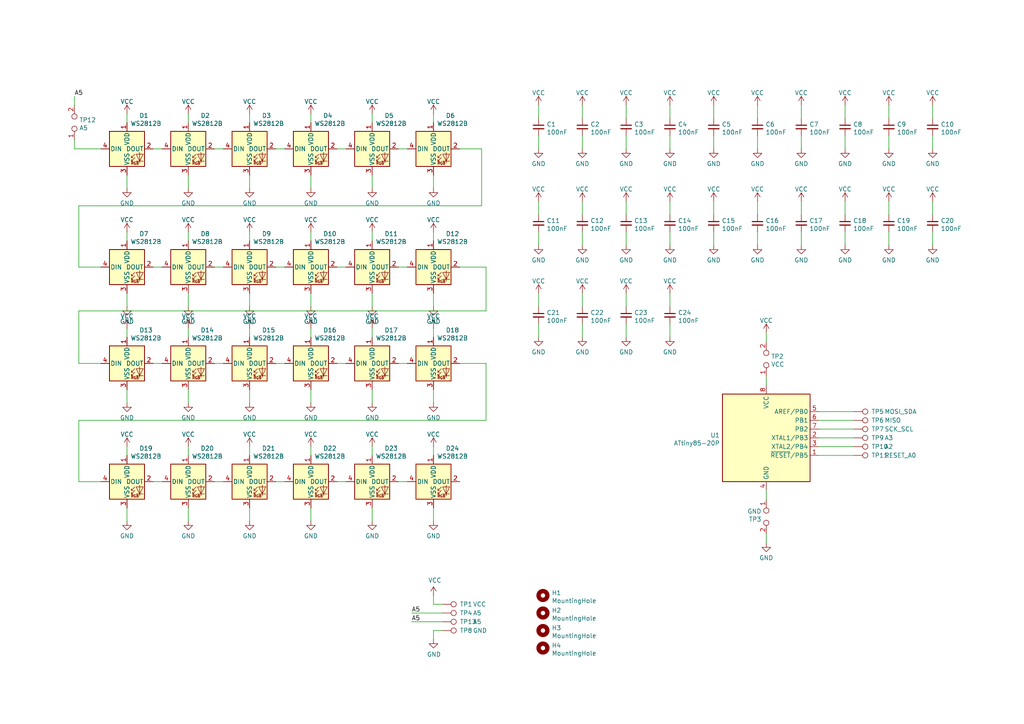
<source format=kicad_sch>
(kicad_sch (version 20210406) (generator eeschema)
  (paper "A4")
  (title_block (title "Macros Keyboard Lights Plate") (date "2021-04-18") (rev "1.0"))
  (lib_symbols
    (symbol "Connector:TestPoint" (pin_numbers hide) (pin_names (offset 0.762) hide)
      (property "Reference" "TP" (at 0 6.858 0))
      (property "Value" "TestPoint" (at 0 5.08 0))
      (symbol "TestPoint_0_1"
        (circle (center 0 3.302) (radius 0.762))
      )
      (symbol "TestPoint_1_1"
        (pin passive line (at 0 0 90) (length 2.54) (name "1") (number "1"))
      )
    )
    (symbol "Connector:TestPoint_2Pole" (pin_names (offset 0.762) hide)
      (property "Reference" "TP" (at 0 1.524 0))
      (property "Value" "TestPoint_2Pole" (at 0 -1.778 0))
      (symbol "TestPoint_2Pole_0_1"
        (circle (center -1.778 0) (radius 0.762))
        (circle (center 1.778 0) (radius 0.762))
        (pin passive line (at -5.08 0 0) (length 2.54) (name "1") (number "1"))
        (pin passive line (at 5.08 0 180) (length 2.54) (name "2") (number "2"))
      )
    )
    (symbol "Device:C_Small" (pin_numbers hide) (pin_names (offset 0.254) hide)
      (property "Reference" "C" (at 0.254 1.778 0))
      (property "Value" "C_Small" (at 0.254 -2.032 0))
      (symbol "C_Small_0_1"
        (polyline (pts (xy -1.524 -0.508) (xy 1.524 -0.508)) (stroke (width 0.3302)))
        (polyline (pts (xy -1.524 0.508) (xy 1.524 0.508)) (stroke (width 0.3048)))
      )
      (symbol "C_Small_1_1"
        (pin passive line (at 0 2.54 270) (length 2.032) (name "~") (number "1"))
        (pin passive line (at 0 -2.54 90) (length 2.032) (name "~") (number "2"))
      )
    )
    (symbol "LED:WS2812B" (pin_names (offset 0.254))
      (property "Reference" "D" (at 5.08 5.715 0))
      (property "Value" "WS2812B" (at 1.27 -5.715 0))
      (symbol "WS2812B_0_0"
        (text "RGB" (at 2.286 -4.191 0) (effects (font (size 0.762 0.762))))
      )
      (symbol "WS2812B_0_1"
        (rectangle (start 5.08 5.08) (end -5.08 -5.08) (stroke (width 0.254)) (fill (type background)))
        (polyline (pts (xy 1.27 -3.556) (xy 1.778 -3.556)))
        (polyline (pts (xy 1.27 -2.54) (xy 1.778 -2.54)))
        (polyline (pts (xy 4.699 -3.556) (xy 2.667 -3.556)))
        (polyline (pts (xy 2.286 -2.54) (xy 1.27 -3.556) (xy 1.27 -3.048)))
        (polyline (pts (xy 2.286 -1.524) (xy 1.27 -2.54) (xy 1.27 -2.032)))
        (polyline (pts (xy 3.683 -1.016) (xy 3.683 -3.556) (xy 3.683 -4.064)))
        (polyline (pts (xy 4.699 -1.524) (xy 2.667 -1.524) (xy 3.683 -3.556) (xy 4.699 -1.524)))
      )
      (symbol "WS2812B_1_1"
        (pin power_in line (at 0 7.62 270) (length 2.54) (name "VDD") (number "1"))
        (pin output line (at 7.62 0 180) (length 2.54) (name "DOUT") (number "2"))
        (pin power_in line (at 0 -7.62 90) (length 2.54) (name "VSS") (number "3"))
        (pin input line (at -7.62 0 0) (length 2.54) (name "DIN") (number "4"))
      )
    )
    (symbol "MCU_Microchip_ATtiny:ATtiny85-20P"
      (property "Reference" "U" (at -12.7 13.97 0))
      (property "Value" "ATtiny85-20P" (at 2.54 -13.97 0))
      (symbol "ATtiny85-20P_0_1"
        (rectangle (start -12.7 -12.7) (end 12.7 12.7) (stroke (width 0.254)) (fill (type background)))
      )
      (symbol "ATtiny85-20P_1_1"
        (pin bidirectional line (at 15.24 -5.08 180) (length 2.54) (name "~RESET~/PB5") (number "1"))
        (pin bidirectional line (at 15.24 0 180) (length 2.54) (name "XTAL1/PB3") (number "2"))
        (pin bidirectional line (at 15.24 -2.54 180) (length 2.54) (name "XTAL2/PB4") (number "3"))
        (pin power_in line (at 0 -15.24 90) (length 2.54) (name "GND") (number "4"))
        (pin bidirectional line (at 15.24 7.62 180) (length 2.54) (name "AREF/PB0") (number "5"))
        (pin bidirectional line (at 15.24 5.08 180) (length 2.54) (name "PB1") (number "6"))
        (pin bidirectional line (at 15.24 2.54 180) (length 2.54) (name "PB2") (number "7"))
        (pin power_in line (at 0 15.24 270) (length 2.54) (name "VCC") (number "8"))
      )
    )
    (symbol "Mechanical:MountingHole" (pin_names (offset 1.016))
      (property "Reference" "H" (at 0 5.08 0))
      (property "Value" "MountingHole" (at 0 3.175 0))
      (symbol "MountingHole_0_1"
        (circle (center 0 0) (radius 1.27) (stroke (width 1.27)))
      )
    )
    (symbol "power:GND" (power) (pin_names (offset 0))
      (property "Value" "GND" (at 0 -3.81 0))
      (symbol "GND_0_1"
        (polyline (pts (xy 0 0) (xy 0 -1.27) (xy 1.27 -1.27) (xy 0 -2.54) (xy -1.27 -1.27) (xy 0 -1.27)))
      )
      (symbol "GND_1_1"
        (pin power_in line (at 0 0 270) (length 0) hide (name "GND") (number "1"))
      )
    )
    (symbol "power:VCC" (power) (pin_names (offset 0))
      (property "Value" "VCC" (at 0 3.81 0))
      (symbol "VCC_0_1"
        (polyline (pts (xy -0.762 1.27) (xy 0 2.54)))
        (polyline (pts (xy 0 0) (xy 0 2.54)))
        (polyline (pts (xy 0 2.54) (xy 0.762 1.27)))
      )
      (symbol "VCC_1_1"
        (pin power_in line (at 0 0 90) (length 0) hide (name "VCC") (number "1"))
      )
    )
  )
  (wire (pts (xy 21.59 27.94) (xy 21.59 30.48)))
  (wire (pts (xy 21.59 43.18) (xy 21.59 40.64)))
  (wire (pts (xy 22.86 59.69) (xy 139.7 59.69)))
  (wire (pts (xy 22.86 77.47) (xy 22.86 59.69)))
  (wire (pts (xy 22.86 90.17) (xy 140.97 90.17)))
  (wire (pts (xy 22.86 105.41) (xy 22.86 90.17)))
  (wire (pts (xy 22.86 121.92) (xy 140.97 121.92)))
  (wire (pts (xy 22.86 139.7) (xy 22.86 121.92)))
  (wire (pts (xy 29.21 43.18) (xy 21.59 43.18)))
  (wire (pts (xy 29.21 77.47) (xy 22.86 77.47)))
  (wire (pts (xy 29.21 105.41) (xy 22.86 105.41)))
  (wire (pts (xy 29.21 139.7) (xy 22.86 139.7)))
  (wire (pts (xy 36.83 33.02) (xy 36.83 35.56)))
  (wire (pts (xy 36.83 50.8) (xy 36.83 54.61)))
  (wire (pts (xy 36.83 67.31) (xy 36.83 69.85)))
  (wire (pts (xy 36.83 85.09) (xy 36.83 88.9)))
  (wire (pts (xy 36.83 95.25) (xy 36.83 97.79)))
  (wire (pts (xy 36.83 113.03) (xy 36.83 116.84)))
  (wire (pts (xy 36.83 129.54) (xy 36.83 132.08)))
  (wire (pts (xy 36.83 147.32) (xy 36.83 151.13)))
  (wire (pts (xy 44.45 43.18) (xy 46.99 43.18)))
  (wire (pts (xy 44.45 77.47) (xy 46.99 77.47)))
  (wire (pts (xy 44.45 105.41) (xy 46.99 105.41)))
  (wire (pts (xy 44.45 139.7) (xy 46.99 139.7)))
  (wire (pts (xy 54.61 33.02) (xy 54.61 35.56)))
  (wire (pts (xy 54.61 50.8) (xy 54.61 54.61)))
  (wire (pts (xy 54.61 67.31) (xy 54.61 69.85)))
  (wire (pts (xy 54.61 85.09) (xy 54.61 88.9)))
  (wire (pts (xy 54.61 95.25) (xy 54.61 97.79)))
  (wire (pts (xy 54.61 113.03) (xy 54.61 116.84)))
  (wire (pts (xy 54.61 129.54) (xy 54.61 132.08)))
  (wire (pts (xy 54.61 147.32) (xy 54.61 151.13)))
  (wire (pts (xy 62.23 43.18) (xy 64.77 43.18)))
  (wire (pts (xy 62.23 77.47) (xy 64.77 77.47)))
  (wire (pts (xy 62.23 105.41) (xy 64.77 105.41)))
  (wire (pts (xy 62.23 139.7) (xy 64.77 139.7)))
  (wire (pts (xy 72.39 33.02) (xy 72.39 35.56)))
  (wire (pts (xy 72.39 50.8) (xy 72.39 54.61)))
  (wire (pts (xy 72.39 67.31) (xy 72.39 69.85)))
  (wire (pts (xy 72.39 85.09) (xy 72.39 88.9)))
  (wire (pts (xy 72.39 95.25) (xy 72.39 97.79)))
  (wire (pts (xy 72.39 113.03) (xy 72.39 116.84)))
  (wire (pts (xy 72.39 129.54) (xy 72.39 132.08)))
  (wire (pts (xy 72.39 147.32) (xy 72.39 151.13)))
  (wire (pts (xy 80.01 43.18) (xy 82.55 43.18)))
  (wire (pts (xy 80.01 77.47) (xy 82.55 77.47)))
  (wire (pts (xy 80.01 105.41) (xy 82.55 105.41)))
  (wire (pts (xy 80.01 139.7) (xy 82.55 139.7)))
  (wire (pts (xy 90.17 33.02) (xy 90.17 35.56)))
  (wire (pts (xy 90.17 50.8) (xy 90.17 54.61)))
  (wire (pts (xy 90.17 67.31) (xy 90.17 69.85)))
  (wire (pts (xy 90.17 85.09) (xy 90.17 88.9)))
  (wire (pts (xy 90.17 95.25) (xy 90.17 97.79)))
  (wire (pts (xy 90.17 113.03) (xy 90.17 116.84)))
  (wire (pts (xy 90.17 129.54) (xy 90.17 132.08)))
  (wire (pts (xy 90.17 147.32) (xy 90.17 151.13)))
  (wire (pts (xy 97.79 43.18) (xy 100.33 43.18)))
  (wire (pts (xy 97.79 77.47) (xy 100.33 77.47)))
  (wire (pts (xy 97.79 105.41) (xy 100.33 105.41)))
  (wire (pts (xy 97.79 139.7) (xy 100.33 139.7)))
  (wire (pts (xy 107.95 33.02) (xy 107.95 35.56)))
  (wire (pts (xy 107.95 50.8) (xy 107.95 54.61)))
  (wire (pts (xy 107.95 67.31) (xy 107.95 69.85)))
  (wire (pts (xy 107.95 85.09) (xy 107.95 88.9)))
  (wire (pts (xy 107.95 95.25) (xy 107.95 97.79)))
  (wire (pts (xy 107.95 113.03) (xy 107.95 116.84)))
  (wire (pts (xy 107.95 129.54) (xy 107.95 132.08)))
  (wire (pts (xy 107.95 147.32) (xy 107.95 151.13)))
  (wire (pts (xy 115.57 43.18) (xy 118.11 43.18)))
  (wire (pts (xy 115.57 77.47) (xy 118.11 77.47)))
  (wire (pts (xy 115.57 105.41) (xy 118.11 105.41)))
  (wire (pts (xy 115.57 139.7) (xy 118.11 139.7)))
  (wire (pts (xy 125.73 33.02) (xy 125.73 35.56)))
  (wire (pts (xy 125.73 50.8) (xy 125.73 54.61)))
  (wire (pts (xy 125.73 67.31) (xy 125.73 69.85)))
  (wire (pts (xy 125.73 85.09) (xy 125.73 88.9)))
  (wire (pts (xy 125.73 95.25) (xy 125.73 97.79)))
  (wire (pts (xy 125.73 113.03) (xy 125.73 116.84)))
  (wire (pts (xy 125.73 129.54) (xy 125.73 132.08)))
  (wire (pts (xy 125.73 147.32) (xy 125.73 151.13)))
  (wire (pts (xy 125.73 175.26) (xy 125.73 172.72)))
  (wire (pts (xy 125.73 182.88) (xy 125.73 185.42)))
  (wire (pts (xy 128.27 175.26) (xy 125.73 175.26)))
  (wire (pts (xy 128.27 177.8) (xy 119.38 177.8)))
  (wire (pts (xy 128.27 180.34) (xy 119.38 180.34)))
  (wire (pts (xy 128.27 182.88) (xy 125.73 182.88)))
  (wire (pts (xy 139.7 43.18) (xy 133.35 43.18)))
  (wire (pts (xy 139.7 59.69) (xy 139.7 43.18)))
  (wire (pts (xy 140.97 77.47) (xy 133.35 77.47)))
  (wire (pts (xy 140.97 90.17) (xy 140.97 77.47)))
  (wire (pts (xy 140.97 105.41) (xy 133.35 105.41)))
  (wire (pts (xy 140.97 121.92) (xy 140.97 105.41)))
  (wire (pts (xy 156.21 30.48) (xy 156.21 34.29)))
  (wire (pts (xy 156.21 39.37) (xy 156.21 43.18)))
  (wire (pts (xy 156.21 58.42) (xy 156.21 62.23)))
  (wire (pts (xy 156.21 67.31) (xy 156.21 71.12)))
  (wire (pts (xy 156.21 85.09) (xy 156.21 88.9)))
  (wire (pts (xy 156.21 93.98) (xy 156.21 97.79)))
  (wire (pts (xy 168.91 30.48) (xy 168.91 34.29)))
  (wire (pts (xy 168.91 39.37) (xy 168.91 43.18)))
  (wire (pts (xy 168.91 58.42) (xy 168.91 62.23)))
  (wire (pts (xy 168.91 67.31) (xy 168.91 71.12)))
  (wire (pts (xy 168.91 85.09) (xy 168.91 88.9)))
  (wire (pts (xy 168.91 93.98) (xy 168.91 97.79)))
  (wire (pts (xy 181.61 30.48) (xy 181.61 34.29)))
  (wire (pts (xy 181.61 39.37) (xy 181.61 43.18)))
  (wire (pts (xy 181.61 58.42) (xy 181.61 62.23)))
  (wire (pts (xy 181.61 67.31) (xy 181.61 71.12)))
  (wire (pts (xy 181.61 85.09) (xy 181.61 88.9)))
  (wire (pts (xy 181.61 93.98) (xy 181.61 97.79)))
  (wire (pts (xy 194.31 30.48) (xy 194.31 34.29)))
  (wire (pts (xy 194.31 39.37) (xy 194.31 43.18)))
  (wire (pts (xy 194.31 58.42) (xy 194.31 62.23)))
  (wire (pts (xy 194.31 67.31) (xy 194.31 71.12)))
  (wire (pts (xy 194.31 85.09) (xy 194.31 88.9)))
  (wire (pts (xy 194.31 93.98) (xy 194.31 97.79)))
  (wire (pts (xy 207.01 30.48) (xy 207.01 34.29)))
  (wire (pts (xy 207.01 39.37) (xy 207.01 43.18)))
  (wire (pts (xy 207.01 58.42) (xy 207.01 62.23)))
  (wire (pts (xy 207.01 67.31) (xy 207.01 71.12)))
  (wire (pts (xy 219.71 30.48) (xy 219.71 34.29)))
  (wire (pts (xy 219.71 39.37) (xy 219.71 43.18)))
  (wire (pts (xy 219.71 58.42) (xy 219.71 62.23)))
  (wire (pts (xy 219.71 67.31) (xy 219.71 71.12)))
  (wire (pts (xy 222.25 96.52) (xy 222.25 99.06)))
  (wire (pts (xy 222.25 109.22) (xy 222.25 111.76)))
  (wire (pts (xy 222.25 144.78) (xy 222.25 142.24)))
  (wire (pts (xy 222.25 157.48) (xy 222.25 154.94)))
  (wire (pts (xy 232.41 30.48) (xy 232.41 34.29)))
  (wire (pts (xy 232.41 39.37) (xy 232.41 43.18)))
  (wire (pts (xy 232.41 58.42) (xy 232.41 62.23)))
  (wire (pts (xy 232.41 67.31) (xy 232.41 71.12)))
  (wire (pts (xy 237.49 119.38) (xy 247.65 119.38)))
  (wire (pts (xy 237.49 121.92) (xy 247.65 121.92)))
  (wire (pts (xy 237.49 124.46) (xy 247.65 124.46)))
  (wire (pts (xy 237.49 127) (xy 247.65 127)))
  (wire (pts (xy 237.49 129.54) (xy 247.65 129.54)))
  (wire (pts (xy 237.49 132.08) (xy 247.65 132.08)))
  (wire (pts (xy 245.11 30.48) (xy 245.11 34.29)))
  (wire (pts (xy 245.11 39.37) (xy 245.11 43.18)))
  (wire (pts (xy 245.11 58.42) (xy 245.11 62.23)))
  (wire (pts (xy 245.11 67.31) (xy 245.11 71.12)))
  (wire (pts (xy 257.81 30.48) (xy 257.81 34.29)))
  (wire (pts (xy 257.81 39.37) (xy 257.81 43.18)))
  (wire (pts (xy 257.81 58.42) (xy 257.81 62.23)))
  (wire (pts (xy 257.81 67.31) (xy 257.81 71.12)))
  (wire (pts (xy 270.51 30.48) (xy 270.51 34.29)))
  (wire (pts (xy 270.51 39.37) (xy 270.51 43.18)))
  (wire (pts (xy 270.51 58.42) (xy 270.51 62.23)))
  (wire (pts (xy 270.51 67.31) (xy 270.51 71.12)))
  (label "A5" (at 21.59 27.94 0))
  (label "A5" (at 119.38 177.8 0))
  (label "A5" (at 119.38 180.34 0))
  (symbol (lib_id "power:VCC") (at 36.83 33.02 0) (unit 1)
    (property "Reference" "#PWR0114" (effects hide))
    (property "Value" "VCC" (at 36.83 29.4726 0))
  )
  (symbol (lib_id "power:VCC") (at 36.83 67.31 0) (unit 1)
    (property "Reference" "#PWR0122" (effects hide))
    (property "Value" "VCC" (at 36.83 63.7626 0))
  )
  (symbol (lib_id "power:VCC") (at 36.83 95.25 0) (unit 1)
    (property "Reference" "#PWR0102" (effects hide))
    (property "Value" "VCC" (at 36.83 91.7026 0))
  )
  (symbol (lib_id "power:VCC") (at 36.83 129.54 0) (unit 1)
    (property "Reference" "#PWR0103" (effects hide))
    (property "Value" "VCC" (at 36.83 125.9926 0))
  )
  (symbol (lib_id "power:VCC") (at 54.61 33.02 0) (unit 1)
    (property "Reference" "#PWR0115" (effects hide))
    (property "Value" "VCC" (at 54.61 29.4726 0))
  )
  (symbol (lib_id "power:VCC") (at 54.61 67.31 0) (unit 1)
    (property "Reference" "#PWR0123" (effects hide))
    (property "Value" "VCC" (at 54.61 63.7626 0))
  )
  (symbol (lib_id "power:VCC") (at 54.61 95.25 0) (unit 1)
    (property "Reference" "#PWR0138" (effects hide))
    (property "Value" "VCC" (at 54.61 91.7026 0))
  )
  (symbol (lib_id "power:VCC") (at 54.61 129.54 0) (unit 1)
    (property "Reference" "#PWR0104" (effects hide))
    (property "Value" "VCC" (at 54.61 125.9926 0))
  )
  (symbol (lib_id "power:VCC") (at 72.39 33.02 0) (unit 1)
    (property "Reference" "#PWR0116" (effects hide))
    (property "Value" "VCC" (at 72.39 29.4726 0))
  )
  (symbol (lib_id "power:VCC") (at 72.39 67.31 0) (unit 1)
    (property "Reference" "#PWR0121" (effects hide))
    (property "Value" "VCC" (at 72.39 63.7626 0))
  )
  (symbol (lib_id "power:VCC") (at 72.39 95.25 0) (unit 1)
    (property "Reference" "#PWR0137" (effects hide))
    (property "Value" "VCC" (at 72.39 91.7026 0))
  )
  (symbol (lib_id "power:VCC") (at 72.39 129.54 0) (unit 1)
    (property "Reference" "#PWR0108" (effects hide))
    (property "Value" "VCC" (at 72.39 125.9926 0))
  )
  (symbol (lib_id "power:VCC") (at 90.17 33.02 0) (unit 1)
    (property "Reference" "#PWR0119" (effects hide))
    (property "Value" "VCC" (at 90.17 29.4726 0))
  )
  (symbol (lib_id "power:VCC") (at 90.17 67.31 0) (unit 1)
    (property "Reference" "#PWR0117" (effects hide))
    (property "Value" "VCC" (at 90.17 63.7626 0))
  )
  (symbol (lib_id "power:VCC") (at 90.17 95.25 0) (unit 1)
    (property "Reference" "#PWR0125" (effects hide))
    (property "Value" "VCC" (at 90.17 91.7026 0))
  )
  (symbol (lib_id "power:VCC") (at 90.17 129.54 0) (unit 1)
    (property "Reference" "#PWR0101" (effects hide))
    (property "Value" "VCC" (at 90.17 125.9926 0))
  )
  (symbol (lib_id "power:VCC") (at 107.95 33.02 0) (unit 1)
    (property "Reference" "#PWR0145" (effects hide))
    (property "Value" "VCC" (at 107.95 29.4726 0))
  )
  (symbol (lib_id "power:VCC") (at 107.95 67.31 0) (unit 1)
    (property "Reference" "#PWR0143" (effects hide))
    (property "Value" "VCC" (at 107.95 63.7626 0))
  )
  (symbol (lib_id "power:VCC") (at 107.95 95.25 0) (unit 1)
    (property "Reference" "#PWR0132" (effects hide))
    (property "Value" "VCC" (at 107.95 91.7026 0))
  )
  (symbol (lib_id "power:VCC") (at 107.95 129.54 0) (unit 1)
    (property "Reference" "#PWR0130" (effects hide))
    (property "Value" "VCC" (at 107.95 125.9926 0))
  )
  (symbol (lib_id "power:VCC") (at 125.73 33.02 0) (unit 1)
    (property "Reference" "#PWR0144" (effects hide))
    (property "Value" "VCC" (at 125.73 29.4726 0))
  )
  (symbol (lib_id "power:VCC") (at 125.73 67.31 0) (unit 1)
    (property "Reference" "#PWR0147" (effects hide))
    (property "Value" "VCC" (at 125.73 63.7626 0))
  )
  (symbol (lib_id "power:VCC") (at 125.73 95.25 0) (unit 1)
    (property "Reference" "#PWR0133" (effects hide))
    (property "Value" "VCC" (at 125.73 91.7026 0))
  )
  (symbol (lib_id "power:VCC") (at 125.73 129.54 0) (unit 1)
    (property "Reference" "#PWR0134" (effects hide))
    (property "Value" "VCC" (at 125.73 125.9926 0))
  )
  (symbol (lib_id "power:VCC") (at 125.73 172.72 0) (unit 1)
    (property "Reference" "#PWR0149" (effects hide))
    (property "Value" "VCC" (at 126.111 168.3258 0))
  )
  (symbol (lib_id "power:VCC") (at 156.21 30.48 0) (unit 1)
    (property "Reference" "#PWR0170" (effects hide))
    (property "Value" "VCC" (at 156.21 26.9326 0))
  )
  (symbol (lib_id "power:VCC") (at 156.21 58.42 0) (unit 1)
    (property "Reference" "#PWR0165" (effects hide))
    (property "Value" "VCC" (at 156.21 54.8726 0))
  )
  (symbol (lib_id "power:VCC") (at 156.21 85.09 0) (unit 1)
    (property "Reference" "#PWR0196" (effects hide))
    (property "Value" "VCC" (at 156.21 81.5426 0))
  )
  (symbol (lib_id "power:VCC") (at 168.91 30.48 0) (unit 1)
    (property "Reference" "#PWR0169" (effects hide))
    (property "Value" "VCC" (at 168.91 26.9326 0))
  )
  (symbol (lib_id "power:VCC") (at 168.91 58.42 0) (unit 1)
    (property "Reference" "#PWR0166" (effects hide))
    (property "Value" "VCC" (at 168.91 54.8726 0))
  )
  (symbol (lib_id "power:VCC") (at 168.91 85.09 0) (unit 1)
    (property "Reference" "#PWR0195" (effects hide))
    (property "Value" "VCC" (at 168.91 81.5426 0))
  )
  (symbol (lib_id "power:VCC") (at 181.61 30.48 0) (unit 1)
    (property "Reference" "#PWR0168" (effects hide))
    (property "Value" "VCC" (at 181.61 26.9326 0))
  )
  (symbol (lib_id "power:VCC") (at 181.61 58.42 0) (unit 1)
    (property "Reference" "#PWR0159" (effects hide))
    (property "Value" "VCC" (at 181.61 54.8726 0))
  )
  (symbol (lib_id "power:VCC") (at 181.61 85.09 0) (unit 1)
    (property "Reference" "#PWR0190" (effects hide))
    (property "Value" "VCC" (at 181.61 81.5426 0))
  )
  (symbol (lib_id "power:VCC") (at 194.31 30.48 0) (unit 1)
    (property "Reference" "#PWR0161" (effects hide))
    (property "Value" "VCC" (at 194.31 26.9326 0))
  )
  (symbol (lib_id "power:VCC") (at 194.31 58.42 0) (unit 1)
    (property "Reference" "#PWR0160" (effects hide))
    (property "Value" "VCC" (at 194.31 54.8726 0))
  )
  (symbol (lib_id "power:VCC") (at 194.31 85.09 0) (unit 1)
    (property "Reference" "#PWR0186" (effects hide))
    (property "Value" "VCC" (at 194.31 81.5426 0))
  )
  (symbol (lib_id "power:VCC") (at 207.01 30.48 0) (unit 1)
    (property "Reference" "#PWR0180" (effects hide))
    (property "Value" "VCC" (at 207.01 26.9326 0))
  )
  (symbol (lib_id "power:VCC") (at 207.01 58.42 0) (unit 1)
    (property "Reference" "#PWR0151" (effects hide))
    (property "Value" "VCC" (at 207.01 54.8726 0))
  )
  (symbol (lib_id "power:VCC") (at 219.71 30.48 0) (unit 1)
    (property "Reference" "#PWR0179" (effects hide))
    (property "Value" "VCC" (at 219.71 26.9326 0))
  )
  (symbol (lib_id "power:VCC") (at 219.71 58.42 0) (unit 1)
    (property "Reference" "#PWR0157" (effects hide))
    (property "Value" "VCC" (at 219.71 54.8726 0))
  )
  (symbol (lib_id "power:VCC") (at 222.25 96.52 0) (unit 1)
    (property "Reference" "#PWR0199" (effects hide))
    (property "Value" "VCC" (at 222.25 92.9726 0))
  )
  (symbol (lib_id "power:VCC") (at 232.41 30.48 0) (unit 1)
    (property "Reference" "#PWR0178" (effects hide))
    (property "Value" "VCC" (at 232.41 26.9326 0))
  )
  (symbol (lib_id "power:VCC") (at 232.41 58.42 0) (unit 1)
    (property "Reference" "#PWR0155" (effects hide))
    (property "Value" "VCC" (at 232.41 54.8726 0))
  )
  (symbol (lib_id "power:VCC") (at 245.11 30.48 0) (unit 1)
    (property "Reference" "#PWR0181" (effects hide))
    (property "Value" "VCC" (at 245.11 26.9326 0))
  )
  (symbol (lib_id "power:VCC") (at 245.11 58.42 0) (unit 1)
    (property "Reference" "#PWR0156" (effects hide))
    (property "Value" "VCC" (at 245.11 54.8726 0))
  )
  (symbol (lib_id "power:VCC") (at 257.81 30.48 0) (unit 1)
    (property "Reference" "#PWR0183" (effects hide))
    (property "Value" "VCC" (at 257.81 26.9326 0))
  )
  (symbol (lib_id "power:VCC") (at 257.81 58.42 0) (unit 1)
    (property "Reference" "#PWR0177" (effects hide))
    (property "Value" "VCC" (at 257.81 54.8726 0))
  )
  (symbol (lib_id "power:VCC") (at 270.51 30.48 0) (unit 1)
    (property "Reference" "#PWR0184" (effects hide))
    (property "Value" "VCC" (at 270.51 26.9326 0))
  )
  (symbol (lib_id "power:VCC") (at 270.51 58.42 0) (unit 1)
    (property "Reference" "#PWR0176" (effects hide))
    (property "Value" "VCC" (at 270.51 54.8726 0))
  )
  (symbol (lib_id "Connector:TestPoint") (at 128.27 175.26 270) (unit 1)
    (property "Reference" "TP1" (at 133.35 175.26 90) (effects (justify left)))
    (property "Value" "VCC" (at 137.16 175.26 90) (effects (justify left)))
    (property "Footprint" "Connector_PinHeader_2.54mm:PinHeader_1x01_P2.54mm_Vertical" (effects hide))
  )
  (symbol (lib_id "Connector:TestPoint") (at 128.27 177.8 270) (unit 1)
    (property "Reference" "TP4" (at 133.35 177.8 90) (effects (justify left)))
    (property "Value" "A5" (at 137.16 177.8 90) (effects (justify left)))
    (property "Footprint" "Connector_PinHeader_2.54mm:PinHeader_1x01_P2.54mm_Vertical" (effects hide))
  )
  (symbol (lib_id "Connector:TestPoint") (at 128.27 180.34 270) (unit 1)
    (property "Reference" "TP13" (at 133.35 180.34 90) (effects (justify left)))
    (property "Value" "A5" (at 137.16 180.34 90) (effects (justify left)))
    (property "Footprint" "TestPoint:TestPoint_Keystone_5015_Micro-Minature" (effects hide))
  )
  (symbol (lib_id "Connector:TestPoint") (at 128.27 182.88 270) (unit 1)
    (property "Reference" "TP8" (at 133.35 182.88 90) (effects (justify left)))
    (property "Value" "GND" (at 137.16 182.88 90) (effects (justify left)))
    (property "Footprint" "Connector_PinHeader_2.54mm:PinHeader_1x01_P2.54mm_Vertical" (effects hide))
  )
  (symbol (lib_id "Connector:TestPoint") (at 247.65 119.38 270) (unit 1)
    (property "Reference" "TP5" (at 252.73 119.38 90) (effects (justify left)))
    (property "Value" "MOSI_SDA" (at 256.54 119.38 90) (effects (justify left)))
    (property "Footprint" "TestPoint:TestPoint_Keystone_5015_Micro-Minature" (effects hide))
  )
  (symbol (lib_id "Connector:TestPoint") (at 247.65 121.92 270) (unit 1)
    (property "Reference" "TP6" (at 252.73 121.92 90) (effects (justify left)))
    (property "Value" "MISO" (at 256.54 121.92 90) (effects (justify left)))
    (property "Footprint" "TestPoint:TestPoint_Keystone_5015_Micro-Minature" (effects hide))
  )
  (symbol (lib_id "Connector:TestPoint") (at 247.65 124.46 270) (unit 1)
    (property "Reference" "TP7" (at 252.73 124.46 90) (effects (justify left)))
    (property "Value" "SCK_SCL" (at 256.54 124.46 90) (effects (justify left)))
    (property "Footprint" "TestPoint:TestPoint_Keystone_5015_Micro-Minature" (effects hide))
  )
  (symbol (lib_id "Connector:TestPoint") (at 247.65 127 270) (unit 1)
    (property "Reference" "TP9" (at 252.73 127 90) (effects (justify left)))
    (property "Value" "A3" (at 256.54 127 90) (effects (justify left)))
    (property "Footprint" "TestPoint:TestPoint_Keystone_5015_Micro-Minature" (effects hide))
  )
  (symbol (lib_id "Connector:TestPoint") (at 247.65 129.54 270) (unit 1)
    (property "Reference" "TP10" (at 252.73 129.54 90) (effects (justify left)))
    (property "Value" "A2" (at 256.54 129.54 90) (effects (justify left)))
    (property "Footprint" "TestPoint:TestPoint_Keystone_5015_Micro-Minature" (effects hide))
  )
  (symbol (lib_id "Connector:TestPoint") (at 247.65 132.08 270) (unit 1)
    (property "Reference" "TP11" (at 252.73 132.08 90) (effects (justify left)))
    (property "Value" "RESET_A0" (at 256.54 132.08 90) (effects (justify left)))
    (property "Footprint" "TestPoint:TestPoint_Keystone_5015_Micro-Minature" (effects hide))
  )
  (symbol (lib_id "power:GND") (at 36.83 54.61 0) (unit 1)
    (property "Reference" "#PWR0146" (effects hide))
    (property "Value" "GND" (at 36.83 58.9344 0))
  )
  (symbol (lib_id "power:GND") (at 36.83 88.9 0) (unit 1)
    (property "Reference" "#PWR0131" (effects hide))
    (property "Value" "GND" (at 36.83 93.2244 0))
  )
  (symbol (lib_id "power:GND") (at 36.83 116.84 0) (unit 1)
    (property "Reference" "#PWR0106" (effects hide))
    (property "Value" "GND" (at 36.83 121.1644 0))
  )
  (symbol (lib_id "power:GND") (at 36.83 151.13 0) (unit 1)
    (property "Reference" "#PWR0113" (effects hide))
    (property "Value" "GND" (at 36.83 155.4544 0))
  )
  (symbol (lib_id "power:GND") (at 54.61 54.61 0) (unit 1)
    (property "Reference" "#PWR0124" (effects hide))
    (property "Value" "GND" (at 54.61 58.9344 0))
  )
  (symbol (lib_id "power:GND") (at 54.61 88.9 0) (unit 1)
    (property "Reference" "#PWR0139" (effects hide))
    (property "Value" "GND" (at 54.61 93.2244 0))
  )
  (symbol (lib_id "power:GND") (at 54.61 116.84 0) (unit 1)
    (property "Reference" "#PWR0105" (effects hide))
    (property "Value" "GND" (at 54.61 121.1644 0))
  )
  (symbol (lib_id "power:GND") (at 54.61 151.13 0) (unit 1)
    (property "Reference" "#PWR0111" (effects hide))
    (property "Value" "GND" (at 54.61 155.4544 0))
  )
  (symbol (lib_id "power:GND") (at 72.39 54.61 0) (unit 1)
    (property "Reference" "#PWR0120" (effects hide))
    (property "Value" "GND" (at 72.39 58.9344 0))
  )
  (symbol (lib_id "power:GND") (at 72.39 88.9 0) (unit 1)
    (property "Reference" "#PWR0126" (effects hide))
    (property "Value" "GND" (at 72.39 93.2244 0))
  )
  (symbol (lib_id "power:GND") (at 72.39 116.84 0) (unit 1)
    (property "Reference" "#PWR0109" (effects hide))
    (property "Value" "GND" (at 72.39 121.1644 0))
  )
  (symbol (lib_id "power:GND") (at 72.39 151.13 0) (unit 1)
    (property "Reference" "#PWR0110" (effects hide))
    (property "Value" "GND" (at 72.39 155.4544 0))
  )
  (symbol (lib_id "power:GND") (at 90.17 54.61 0) (unit 1)
    (property "Reference" "#PWR0118" (effects hide))
    (property "Value" "GND" (at 90.17 58.9344 0))
  )
  (symbol (lib_id "power:GND") (at 90.17 88.9 0) (unit 1)
    (property "Reference" "#PWR0128" (effects hide))
    (property "Value" "GND" (at 90.17 93.2244 0))
  )
  (symbol (lib_id "power:GND") (at 90.17 116.84 0) (unit 1)
    (property "Reference" "#PWR0107" (effects hide))
    (property "Value" "GND" (at 90.17 121.1644 0))
  )
  (symbol (lib_id "power:GND") (at 90.17 151.13 0) (unit 1)
    (property "Reference" "#PWR0112" (effects hide))
    (property "Value" "GND" (at 90.17 155.4544 0))
  )
  (symbol (lib_id "power:GND") (at 107.95 54.61 0) (unit 1)
    (property "Reference" "#PWR0142" (effects hide))
    (property "Value" "GND" (at 107.95 58.9344 0))
  )
  (symbol (lib_id "power:GND") (at 107.95 88.9 0) (unit 1)
    (property "Reference" "#PWR0127" (effects hide))
    (property "Value" "GND" (at 107.95 93.2244 0))
  )
  (symbol (lib_id "power:GND") (at 107.95 116.84 0) (unit 1)
    (property "Reference" "#PWR0136" (effects hide))
    (property "Value" "GND" (at 107.95 121.1644 0))
  )
  (symbol (lib_id "power:GND") (at 107.95 151.13 0) (unit 1)
    (property "Reference" "#PWR0140" (effects hide))
    (property "Value" "GND" (at 107.95 155.4544 0))
  )
  (symbol (lib_id "power:GND") (at 125.73 54.61 0) (unit 1)
    (property "Reference" "#PWR0148" (effects hide))
    (property "Value" "GND" (at 125.73 58.9344 0))
  )
  (symbol (lib_id "power:GND") (at 125.73 88.9 0) (unit 1)
    (property "Reference" "#PWR0129" (effects hide))
    (property "Value" "GND" (at 125.73 93.2244 0))
  )
  (symbol (lib_id "power:GND") (at 125.73 116.84 0) (unit 1)
    (property "Reference" "#PWR0135" (effects hide))
    (property "Value" "GND" (at 125.73 121.1644 0))
  )
  (symbol (lib_id "power:GND") (at 125.73 151.13 0) (unit 1)
    (property "Reference" "#PWR0141" (effects hide))
    (property "Value" "GND" (at 125.73 155.4544 0))
  )
  (symbol (lib_id "power:GND") (at 125.73 185.42 0) (unit 1)
    (property "Reference" "#PWR0150" (effects hide))
    (property "Value" "GND" (at 125.857 189.8142 0))
  )
  (symbol (lib_id "power:GND") (at 156.21 43.18 0) (unit 1)
    (property "Reference" "#PWR0171" (effects hide))
    (property "Value" "GND" (at 156.21 47.5044 0))
  )
  (symbol (lib_id "power:GND") (at 156.21 71.12 0) (unit 1)
    (property "Reference" "#PWR0172" (effects hide))
    (property "Value" "GND" (at 156.21 75.4444 0))
  )
  (symbol (lib_id "power:GND") (at 156.21 97.79 0) (unit 1)
    (property "Reference" "#PWR0194" (effects hide))
    (property "Value" "GND" (at 156.21 102.1144 0))
  )
  (symbol (lib_id "power:GND") (at 168.91 43.18 0) (unit 1)
    (property "Reference" "#PWR0167" (effects hide))
    (property "Value" "GND" (at 168.91 47.5044 0))
  )
  (symbol (lib_id "power:GND") (at 168.91 71.12 0) (unit 1)
    (property "Reference" "#PWR0173" (effects hide))
    (property "Value" "GND" (at 168.91 75.4444 0))
  )
  (symbol (lib_id "power:GND") (at 168.91 97.79 0) (unit 1)
    (property "Reference" "#PWR0191" (effects hide))
    (property "Value" "GND" (at 168.91 102.1144 0))
  )
  (symbol (lib_id "power:GND") (at 181.61 43.18 0) (unit 1)
    (property "Reference" "#PWR0164" (effects hide))
    (property "Value" "GND" (at 181.61 47.5044 0))
  )
  (symbol (lib_id "power:GND") (at 181.61 71.12 0) (unit 1)
    (property "Reference" "#PWR0197" (effects hide))
    (property "Value" "GND" (at 181.61 75.4444 0))
  )
  (symbol (lib_id "power:GND") (at 181.61 97.79 0) (unit 1)
    (property "Reference" "#PWR0192" (effects hide))
    (property "Value" "GND" (at 181.61 102.1144 0))
  )
  (symbol (lib_id "power:GND") (at 194.31 43.18 0) (unit 1)
    (property "Reference" "#PWR0163" (effects hide))
    (property "Value" "GND" (at 194.31 47.5044 0))
  )
  (symbol (lib_id "power:GND") (at 194.31 71.12 0) (unit 1)
    (property "Reference" "#PWR0158" (effects hide))
    (property "Value" "GND" (at 194.31 75.4444 0))
  )
  (symbol (lib_id "power:GND") (at 194.31 97.79 0) (unit 1)
    (property "Reference" "#PWR0193" (effects hide))
    (property "Value" "GND" (at 194.31 102.1144 0))
  )
  (symbol (lib_id "power:GND") (at 207.01 43.18 0) (unit 1)
    (property "Reference" "#PWR0162" (effects hide))
    (property "Value" "GND" (at 207.01 47.5044 0))
  )
  (symbol (lib_id "power:GND") (at 207.01 71.12 0) (unit 1)
    (property "Reference" "#PWR0198" (effects hide))
    (property "Value" "GND" (at 207.01 75.4444 0))
  )
  (symbol (lib_id "power:GND") (at 219.71 43.18 0) (unit 1)
    (property "Reference" "#PWR0152" (effects hide))
    (property "Value" "GND" (at 219.71 47.5044 0))
  )
  (symbol (lib_id "power:GND") (at 219.71 71.12 0) (unit 1)
    (property "Reference" "#PWR0189" (effects hide))
    (property "Value" "GND" (at 219.71 75.4444 0))
  )
  (symbol (lib_id "power:GND") (at 222.25 157.48 0) (unit 1)
    (property "Reference" "#PWR0200" (effects hide))
    (property "Value" "GND" (at 222.25 161.8044 0))
  )
  (symbol (lib_id "power:GND") (at 232.41 43.18 0) (unit 1)
    (property "Reference" "#PWR0154" (effects hide))
    (property "Value" "GND" (at 232.41 47.5044 0))
  )
  (symbol (lib_id "power:GND") (at 232.41 71.12 0) (unit 1)
    (property "Reference" "#PWR0188" (effects hide))
    (property "Value" "GND" (at 232.41 75.4444 0))
  )
  (symbol (lib_id "power:GND") (at 245.11 43.18 0) (unit 1)
    (property "Reference" "#PWR0153" (effects hide))
    (property "Value" "GND" (at 245.11 47.5044 0))
  )
  (symbol (lib_id "power:GND") (at 245.11 71.12 0) (unit 1)
    (property "Reference" "#PWR0187" (effects hide))
    (property "Value" "GND" (at 245.11 75.4444 0))
  )
  (symbol (lib_id "power:GND") (at 257.81 43.18 0) (unit 1)
    (property "Reference" "#PWR0175" (effects hide))
    (property "Value" "GND" (at 257.81 47.5044 0))
  )
  (symbol (lib_id "power:GND") (at 257.81 71.12 0) (unit 1)
    (property "Reference" "#PWR0185" (effects hide))
    (property "Value" "GND" (at 257.81 75.4444 0))
  )
  (symbol (lib_id "power:GND") (at 270.51 43.18 0) (unit 1)
    (property "Reference" "#PWR0174" (effects hide))
    (property "Value" "GND" (at 270.51 47.5044 0))
  )
  (symbol (lib_id "power:GND") (at 270.51 71.12 0) (unit 1)
    (property "Reference" "#PWR0182" (effects hide))
    (property "Value" "GND" (at 270.51 75.4444 0))
  )
  (symbol (lib_id "Mechanical:MountingHole") (at 157.48 172.72 0) (unit 1)
    (property "Reference" "H1" (at 160.0201 171.9591 0) (effects (justify left)))
    (property "Value" "MountingHole" (at 160.0201 174.2578 0) (effects (justify left)))
    (property "Footprint" "MountingHole:MountingHole_3.2mm_M3_DIN965_Pad" (effects hide))
  )
  (symbol (lib_id "Mechanical:MountingHole") (at 157.48 177.8 0) (unit 1)
    (property "Reference" "H2" (at 160.0201 177.0391 0) (effects (justify left)))
    (property "Value" "MountingHole" (at 160.0201 179.3378 0) (effects (justify left)))
    (property "Footprint" "MountingHole:MountingHole_3.2mm_M3_DIN965_Pad" (effects hide))
  )
  (symbol (lib_id "Mechanical:MountingHole") (at 157.48 182.88 0) (unit 1)
    (property "Reference" "H3" (at 160.0201 182.1191 0) (effects (justify left)))
    (property "Value" "MountingHole" (at 160.0201 184.4178 0) (effects (justify left)))
    (property "Footprint" "MountingHole:MountingHole_3.2mm_M3_DIN965_Pad" (effects hide))
  )
  (symbol (lib_id "Mechanical:MountingHole") (at 157.48 187.96 0) (unit 1)
    (property "Reference" "H4" (at 160.0201 187.1991 0) (effects (justify left)))
    (property "Value" "MountingHole" (at 160.0201 189.4978 0) (effects (justify left)))
    (property "Footprint" "MountingHole:MountingHole_3.2mm_M3_DIN965_Pad" (effects hide))
  )
  (symbol (lib_id "Connector:TestPoint_2Pole") (at 21.59 35.56 90) (unit 1)
    (property "Reference" "TP12" (at 22.9871 34.7991 90) (effects (justify right)))
    (property "Value" "A5" (at 22.9871 37.0978 90) (effects (justify right)))
    (property "Footprint" "Jumper:SolderJumper-2_P1.3mm_Open_RoundedPad1.0x1.5mm" (effects hide))
  )
  (symbol (lib_id "Connector:TestPoint_2Pole") (at 222.25 104.14 90) (unit 1)
    (property "Reference" "TP2" (at 223.6471 103.3791 90) (effects (justify right)))
    (property "Value" "VCC" (at 223.6471 105.6778 90) (effects (justify right)))
    (property "Footprint" "Jumper:SolderJumper-2_P1.3mm_Open_RoundedPad1.0x1.5mm" (effects hide))
  )
  (symbol (lib_id "Connector:TestPoint_2Pole") (at 222.25 149.86 270) (unit 1)
    (property "Reference" "TP3" (at 220.8529 150.6209 90) (effects (justify right)))
    (property "Value" "GND" (at 220.8529 148.3222 90) (effects (justify right)))
    (property "Footprint" "Jumper:SolderJumper-2_P1.3mm_Open_RoundedPad1.0x1.5mm" (effects hide))
  )
  (symbol (lib_id "Device:C_Small") (at 156.21 36.83 0) (unit 1)
    (property "Reference" "C1" (at 158.5342 36.0691 0) (effects (justify left)))
    (property "Value" "100nF" (at 158.5342 38.3678 0) (effects (justify left)))
    (property "Footprint" "Capacitor_SMD:C_0603_1608Metric" (effects hide))
    (property "LCSC" "C14663" (effects hide))
  )
  (symbol (lib_id "Device:C_Small") (at 156.21 64.77 0) (unit 1)
    (property "Reference" "C11" (at 158.5342 64.0091 0) (effects (justify left)))
    (property "Value" "100nF" (at 158.5342 66.3078 0) (effects (justify left)))
    (property "Footprint" "Capacitor_SMD:C_0603_1608Metric" (effects hide))
    (property "LCSC" "C14663" (effects hide))
  )
  (symbol (lib_id "Device:C_Small") (at 156.21 91.44 0) (unit 1)
    (property "Reference" "C21" (at 158.5342 90.6791 0) (effects (justify left)))
    (property "Value" "100nF" (at 158.5342 92.9778 0) (effects (justify left)))
    (property "Footprint" "Capacitor_SMD:C_0603_1608Metric" (effects hide))
    (property "LCSC" "C14663" (effects hide))
  )
  (symbol (lib_id "Device:C_Small") (at 168.91 36.83 0) (unit 1)
    (property "Reference" "C2" (at 171.2342 36.0691 0) (effects (justify left)))
    (property "Value" "100nF" (at 171.2342 38.3678 0) (effects (justify left)))
    (property "Footprint" "Capacitor_SMD:C_0603_1608Metric" (effects hide))
    (property "LCSC" "C14663" (effects hide))
  )
  (symbol (lib_id "Device:C_Small") (at 168.91 64.77 0) (unit 1)
    (property "Reference" "C12" (at 171.2342 64.0091 0) (effects (justify left)))
    (property "Value" "100nF" (at 171.2342 66.3078 0) (effects (justify left)))
    (property "Footprint" "Capacitor_SMD:C_0603_1608Metric" (effects hide))
    (property "LCSC" "C14663" (effects hide))
  )
  (symbol (lib_id "Device:C_Small") (at 168.91 91.44 0) (unit 1)
    (property "Reference" "C22" (at 171.2342 90.6791 0) (effects (justify left)))
    (property "Value" "100nF" (at 171.2342 92.9778 0) (effects (justify left)))
    (property "Footprint" "Capacitor_SMD:C_0603_1608Metric" (effects hide))
    (property "LCSC" "C14663" (effects hide))
  )
  (symbol (lib_id "Device:C_Small") (at 181.61 36.83 0) (unit 1)
    (property "Reference" "C3" (at 183.9342 36.0691 0) (effects (justify left)))
    (property "Value" "100nF" (at 183.9342 38.3678 0) (effects (justify left)))
    (property "Footprint" "Capacitor_SMD:C_0603_1608Metric" (effects hide))
    (property "LCSC" "C14663" (effects hide))
  )
  (symbol (lib_id "Device:C_Small") (at 181.61 64.77 0) (unit 1)
    (property "Reference" "C13" (at 183.9342 64.0091 0) (effects (justify left)))
    (property "Value" "100nF" (at 183.9342 66.3078 0) (effects (justify left)))
    (property "Footprint" "Capacitor_SMD:C_0603_1608Metric" (effects hide))
    (property "LCSC" "C14663" (effects hide))
  )
  (symbol (lib_id "Device:C_Small") (at 181.61 91.44 0) (unit 1)
    (property "Reference" "C23" (at 183.9342 90.6791 0) (effects (justify left)))
    (property "Value" "100nF" (at 183.9342 92.9778 0) (effects (justify left)))
    (property "Footprint" "Capacitor_SMD:C_0603_1608Metric" (effects hide))
    (property "LCSC" "C14663" (effects hide))
  )
  (symbol (lib_id "Device:C_Small") (at 194.31 36.83 0) (unit 1)
    (property "Reference" "C4" (at 196.6342 36.0691 0) (effects (justify left)))
    (property "Value" "100nF" (at 196.6342 38.3678 0) (effects (justify left)))
    (property "Footprint" "Capacitor_SMD:C_0603_1608Metric" (effects hide))
    (property "LCSC" "C14663" (effects hide))
  )
  (symbol (lib_id "Device:C_Small") (at 194.31 64.77 0) (unit 1)
    (property "Reference" "C14" (at 196.6342 64.0091 0) (effects (justify left)))
    (property "Value" "100nF" (at 196.6342 66.3078 0) (effects (justify left)))
    (property "Footprint" "Capacitor_SMD:C_0603_1608Metric" (effects hide))
    (property "LCSC" "C14663" (effects hide))
  )
  (symbol (lib_id "Device:C_Small") (at 194.31 91.44 0) (unit 1)
    (property "Reference" "C24" (at 196.6342 90.6791 0) (effects (justify left)))
    (property "Value" "100nF" (at 196.6342 92.9778 0) (effects (justify left)))
    (property "Footprint" "Capacitor_SMD:C_0603_1608Metric" (effects hide))
    (property "LCSC" "C14663" (effects hide))
  )
  (symbol (lib_id "Device:C_Small") (at 207.01 36.83 0) (unit 1)
    (property "Reference" "C5" (at 209.3342 36.0691 0) (effects (justify left)))
    (property "Value" "100nF" (at 209.3342 38.3678 0) (effects (justify left)))
    (property "Footprint" "Capacitor_SMD:C_0603_1608Metric" (effects hide))
    (property "LCSC" "C14663" (effects hide))
  )
  (symbol (lib_id "Device:C_Small") (at 207.01 64.77 0) (unit 1)
    (property "Reference" "C15" (at 209.3342 64.0091 0) (effects (justify left)))
    (property "Value" "100nF" (at 209.3342 66.3078 0) (effects (justify left)))
    (property "Footprint" "Capacitor_SMD:C_0603_1608Metric" (effects hide))
    (property "LCSC" "C14663" (effects hide))
  )
  (symbol (lib_id "Device:C_Small") (at 219.71 36.83 0) (unit 1)
    (property "Reference" "C6" (at 222.0342 36.0691 0) (effects (justify left)))
    (property "Value" "100nF" (at 222.0342 38.3678 0) (effects (justify left)))
    (property "Footprint" "Capacitor_SMD:C_0603_1608Metric" (effects hide))
    (property "LCSC" "C14663" (effects hide))
  )
  (symbol (lib_id "Device:C_Small") (at 219.71 64.77 0) (unit 1)
    (property "Reference" "C16" (at 222.0342 64.0091 0) (effects (justify left)))
    (property "Value" "100nF" (at 222.0342 66.3078 0) (effects (justify left)))
    (property "Footprint" "Capacitor_SMD:C_0603_1608Metric" (effects hide))
    (property "LCSC" "C14663" (effects hide))
  )
  (symbol (lib_id "Device:C_Small") (at 232.41 36.83 0) (unit 1)
    (property "Reference" "C7" (at 234.7342 36.0691 0) (effects (justify left)))
    (property "Value" "100nF" (at 234.7342 38.3678 0) (effects (justify left)))
    (property "Footprint" "Capacitor_SMD:C_0603_1608Metric" (effects hide))
    (property "LCSC" "C14663" (effects hide))
  )
  (symbol (lib_id "Device:C_Small") (at 232.41 64.77 0) (unit 1)
    (property "Reference" "C17" (at 234.7342 64.0091 0) (effects (justify left)))
    (property "Value" "100nF" (at 234.7342 66.3078 0) (effects (justify left)))
    (property "Footprint" "Capacitor_SMD:C_0603_1608Metric" (effects hide))
    (property "LCSC" "C14663" (effects hide))
  )
  (symbol (lib_id "Device:C_Small") (at 245.11 36.83 0) (unit 1)
    (property "Reference" "C8" (at 247.4342 36.0691 0) (effects (justify left)))
    (property "Value" "100nF" (at 247.4342 38.3678 0) (effects (justify left)))
    (property "Footprint" "Capacitor_SMD:C_0603_1608Metric" (effects hide))
    (property "LCSC" "C14663" (effects hide))
  )
  (symbol (lib_id "Device:C_Small") (at 245.11 64.77 0) (unit 1)
    (property "Reference" "C18" (at 247.4342 64.0091 0) (effects (justify left)))
    (property "Value" "100nF" (at 247.4342 66.3078 0) (effects (justify left)))
    (property "Footprint" "Capacitor_SMD:C_0603_1608Metric" (effects hide))
    (property "LCSC" "C14663" (effects hide))
  )
  (symbol (lib_id "Device:C_Small") (at 257.81 36.83 0) (unit 1)
    (property "Reference" "C9" (at 260.1342 36.0691 0) (effects (justify left)))
    (property "Value" "100nF" (at 260.1342 38.3678 0) (effects (justify left)))
    (property "Footprint" "Capacitor_SMD:C_0603_1608Metric" (effects hide))
    (property "LCSC" "C14663" (effects hide))
  )
  (symbol (lib_id "Device:C_Small") (at 257.81 64.77 0) (unit 1)
    (property "Reference" "C19" (at 260.1342 64.0091 0) (effects (justify left)))
    (property "Value" "100nF" (at 260.1342 66.3078 0) (effects (justify left)))
    (property "Footprint" "Capacitor_SMD:C_0603_1608Metric" (effects hide))
    (property "LCSC" "C14663" (effects hide))
  )
  (symbol (lib_id "Device:C_Small") (at 270.51 36.83 0) (unit 1)
    (property "Reference" "C10" (at 272.8342 36.0691 0) (effects (justify left)))
    (property "Value" "100nF" (at 272.8342 38.3678 0) (effects (justify left)))
    (property "Footprint" "Capacitor_SMD:C_0603_1608Metric" (effects hide))
    (property "LCSC" "C14663" (effects hide))
  )
  (symbol (lib_id "Device:C_Small") (at 270.51 64.77 0) (unit 1)
    (property "Reference" "C20" (at 272.8342 64.0091 0) (effects (justify left)))
    (property "Value" "100nF" (at 272.8342 66.3078 0) (effects (justify left)))
    (property "Footprint" "Capacitor_SMD:C_0603_1608Metric" (effects hide))
    (property "LCSC" "C14663" (effects hide))
  )
  (symbol (lib_id "LED:WS2812B") (at 36.83 43.18 0) (unit 1)
    (property "Reference" "D1" (at 40.3861 33.5291 0) (effects (justify left)))
    (property "Value" "WS2812B" (at 37.8461 35.8278 0) (effects (justify left)))
    (property "Footprint" "LED_SMD:LED_WS2812B_PLCC4_5.0x5.0mm_P3.2mm" (effects hide))
    (property "Datasheet" "https://cdn-shop.adafruit.com/datasheets/WS2812B.pdf" (effects hide))
    (property "LCSC" "C114586" (effects hide))
  )
  (symbol (lib_id "LED:WS2812B") (at 36.83 77.47 0) (unit 1)
    (property "Reference" "D7" (at 40.3861 67.8191 0) (effects (justify left)))
    (property "Value" "WS2812B" (at 37.8461 70.1178 0) (effects (justify left)))
    (property "Footprint" "LED_SMD:LED_WS2812B_PLCC4_5.0x5.0mm_P3.2mm" (effects hide))
    (property "Datasheet" "https://cdn-shop.adafruit.com/datasheets/WS2812B.pdf" (effects hide))
    (property "LCSC" "C114586" (effects hide))
  )
  (symbol (lib_id "LED:WS2812B") (at 36.83 105.41 0) (unit 1)
    (property "Reference" "D13" (at 40.3861 95.7591 0) (effects (justify left)))
    (property "Value" "WS2812B" (at 37.8461 98.0578 0) (effects (justify left)))
    (property "Footprint" "LED_SMD:LED_WS2812B_PLCC4_5.0x5.0mm_P3.2mm" (effects hide))
    (property "Datasheet" "https://cdn-shop.adafruit.com/datasheets/WS2812B.pdf" (effects hide))
    (property "LCSC" "C114586" (effects hide))
  )
  (symbol (lib_id "LED:WS2812B") (at 36.83 139.7 0) (unit 1)
    (property "Reference" "D19" (at 40.3861 130.0491 0) (effects (justify left)))
    (property "Value" "WS2812B" (at 37.8461 132.3478 0) (effects (justify left)))
    (property "Footprint" "LED_SMD:LED_WS2812B_PLCC4_5.0x5.0mm_P3.2mm" (effects hide))
    (property "Datasheet" "https://cdn-shop.adafruit.com/datasheets/WS2812B.pdf" (effects hide))
    (property "LCSC" "C114586" (effects hide))
  )
  (symbol (lib_id "LED:WS2812B") (at 54.61 43.18 0) (unit 1)
    (property "Reference" "D2" (at 58.1661 33.5291 0) (effects (justify left)))
    (property "Value" "WS2812B" (at 55.6261 35.8278 0) (effects (justify left)))
    (property "Footprint" "LED_SMD:LED_WS2812B_PLCC4_5.0x5.0mm_P3.2mm" (effects hide))
    (property "Datasheet" "https://cdn-shop.adafruit.com/datasheets/WS2812B.pdf" (effects hide))
    (property "LCSC" "C114586" (effects hide))
  )
  (symbol (lib_id "LED:WS2812B") (at 54.61 77.47 0) (unit 1)
    (property "Reference" "D8" (at 58.1661 67.8191 0) (effects (justify left)))
    (property "Value" "WS2812B" (at 55.6261 70.1178 0) (effects (justify left)))
    (property "Footprint" "LED_SMD:LED_WS2812B_PLCC4_5.0x5.0mm_P3.2mm" (effects hide))
    (property "Datasheet" "https://cdn-shop.adafruit.com/datasheets/WS2812B.pdf" (effects hide))
    (property "LCSC" "C114586" (effects hide))
  )
  (symbol (lib_id "LED:WS2812B") (at 54.61 105.41 0) (unit 1)
    (property "Reference" "D14" (at 58.1661 95.7591 0) (effects (justify left)))
    (property "Value" "WS2812B" (at 55.6261 98.0578 0) (effects (justify left)))
    (property "Footprint" "LED_SMD:LED_WS2812B_PLCC4_5.0x5.0mm_P3.2mm" (effects hide))
    (property "Datasheet" "https://cdn-shop.adafruit.com/datasheets/WS2812B.pdf" (effects hide))
    (property "LCSC" "C114586" (effects hide))
  )
  (symbol (lib_id "LED:WS2812B") (at 54.61 139.7 0) (unit 1)
    (property "Reference" "D20" (at 58.1661 130.0491 0) (effects (justify left)))
    (property "Value" "WS2812B" (at 55.6261 132.3478 0) (effects (justify left)))
    (property "Footprint" "LED_SMD:LED_WS2812B_PLCC4_5.0x5.0mm_P3.2mm" (effects hide))
    (property "Datasheet" "https://cdn-shop.adafruit.com/datasheets/WS2812B.pdf" (effects hide))
    (property "LCSC" "C114586" (effects hide))
  )
  (symbol (lib_id "LED:WS2812B") (at 72.39 43.18 0) (unit 1)
    (property "Reference" "D3" (at 75.9461 33.5291 0) (effects (justify left)))
    (property "Value" "WS2812B" (at 73.4061 35.8278 0) (effects (justify left)))
    (property "Footprint" "LED_SMD:LED_WS2812B_PLCC4_5.0x5.0mm_P3.2mm" (effects hide))
    (property "Datasheet" "https://cdn-shop.adafruit.com/datasheets/WS2812B.pdf" (effects hide))
    (property "LCSC" "C114586" (effects hide))
  )
  (symbol (lib_id "LED:WS2812B") (at 72.39 77.47 0) (unit 1)
    (property "Reference" "D9" (at 75.9461 67.8191 0) (effects (justify left)))
    (property "Value" "WS2812B" (at 73.4061 70.1178 0) (effects (justify left)))
    (property "Footprint" "LED_SMD:LED_WS2812B_PLCC4_5.0x5.0mm_P3.2mm" (effects hide))
    (property "Datasheet" "https://cdn-shop.adafruit.com/datasheets/WS2812B.pdf" (effects hide))
    (property "LCSC" "C114586" (effects hide))
  )
  (symbol (lib_id "LED:WS2812B") (at 72.39 105.41 0) (unit 1)
    (property "Reference" "D15" (at 75.9461 95.7591 0) (effects (justify left)))
    (property "Value" "WS2812B" (at 73.4061 98.0578 0) (effects (justify left)))
    (property "Footprint" "LED_SMD:LED_WS2812B_PLCC4_5.0x5.0mm_P3.2mm" (effects hide))
    (property "Datasheet" "https://cdn-shop.adafruit.com/datasheets/WS2812B.pdf" (effects hide))
    (property "LCSC" "C114586" (effects hide))
  )
  (symbol (lib_id "LED:WS2812B") (at 72.39 139.7 0) (unit 1)
    (property "Reference" "D21" (at 75.9461 130.0491 0) (effects (justify left)))
    (property "Value" "WS2812B" (at 73.4061 132.3478 0) (effects (justify left)))
    (property "Footprint" "LED_SMD:LED_WS2812B_PLCC4_5.0x5.0mm_P3.2mm" (effects hide))
    (property "Datasheet" "https://cdn-shop.adafruit.com/datasheets/WS2812B.pdf" (effects hide))
    (property "LCSC" "C114586" (effects hide))
  )
  (symbol (lib_id "LED:WS2812B") (at 90.17 43.18 0) (unit 1)
    (property "Reference" "D4" (at 93.7261 33.5291 0) (effects (justify left)))
    (property "Value" "WS2812B" (at 91.1861 35.8278 0) (effects (justify left)))
    (property "Footprint" "LED_SMD:LED_WS2812B_PLCC4_5.0x5.0mm_P3.2mm" (effects hide))
    (property "Datasheet" "https://cdn-shop.adafruit.com/datasheets/WS2812B.pdf" (effects hide))
    (property "LCSC" "C114586" (effects hide))
  )
  (symbol (lib_id "LED:WS2812B") (at 90.17 77.47 0) (unit 1)
    (property "Reference" "D10" (at 93.7261 67.8191 0) (effects (justify left)))
    (property "Value" "WS2812B" (at 91.1861 70.1178 0) (effects (justify left)))
    (property "Footprint" "LED_SMD:LED_WS2812B_PLCC4_5.0x5.0mm_P3.2mm" (effects hide))
    (property "Datasheet" "https://cdn-shop.adafruit.com/datasheets/WS2812B.pdf" (effects hide))
    (property "LCSC" "C114586" (effects hide))
  )
  (symbol (lib_id "LED:WS2812B") (at 90.17 105.41 0) (unit 1)
    (property "Reference" "D16" (at 93.7261 95.7591 0) (effects (justify left)))
    (property "Value" "WS2812B" (at 91.1861 98.0578 0) (effects (justify left)))
    (property "Footprint" "LED_SMD:LED_WS2812B_PLCC4_5.0x5.0mm_P3.2mm" (effects hide))
    (property "Datasheet" "https://cdn-shop.adafruit.com/datasheets/WS2812B.pdf" (effects hide))
    (property "LCSC" "C114586" (effects hide))
  )
  (symbol (lib_id "LED:WS2812B") (at 90.17 139.7 0) (unit 1)
    (property "Reference" "D22" (at 93.7261 130.0491 0) (effects (justify left)))
    (property "Value" "WS2812B" (at 91.1861 132.3478 0) (effects (justify left)))
    (property "Footprint" "LED_SMD:LED_WS2812B_PLCC4_5.0x5.0mm_P3.2mm" (effects hide))
    (property "Datasheet" "https://cdn-shop.adafruit.com/datasheets/WS2812B.pdf" (effects hide))
    (property "LCSC" "C114586" (effects hide))
  )
  (symbol (lib_id "LED:WS2812B") (at 107.95 43.18 0) (unit 1)
    (property "Reference" "D5" (at 111.5061 33.5291 0) (effects (justify left)))
    (property "Value" "WS2812B" (at 108.9661 35.8278 0) (effects (justify left)))
    (property "Footprint" "LED_SMD:LED_WS2812B_PLCC4_5.0x5.0mm_P3.2mm" (effects hide))
    (property "Datasheet" "https://cdn-shop.adafruit.com/datasheets/WS2812B.pdf" (effects hide))
    (property "LCSC" "C114586" (effects hide))
  )
  (symbol (lib_id "LED:WS2812B") (at 107.95 77.47 0) (unit 1)
    (property "Reference" "D11" (at 111.5061 67.8191 0) (effects (justify left)))
    (property "Value" "WS2812B" (at 108.9661 70.1178 0) (effects (justify left)))
    (property "Footprint" "LED_SMD:LED_WS2812B_PLCC4_5.0x5.0mm_P3.2mm" (effects hide))
    (property "Datasheet" "https://cdn-shop.adafruit.com/datasheets/WS2812B.pdf" (effects hide))
    (property "LCSC" "C114586" (effects hide))
  )
  (symbol (lib_id "LED:WS2812B") (at 107.95 105.41 0) (unit 1)
    (property "Reference" "D17" (at 111.5061 95.7591 0) (effects (justify left)))
    (property "Value" "WS2812B" (at 108.9661 98.0578 0) (effects (justify left)))
    (property "Footprint" "LED_SMD:LED_WS2812B_PLCC4_5.0x5.0mm_P3.2mm" (effects hide))
    (property "Datasheet" "https://cdn-shop.adafruit.com/datasheets/WS2812B.pdf" (effects hide))
    (property "LCSC" "C114586" (effects hide))
  )
  (symbol (lib_id "LED:WS2812B") (at 107.95 139.7 0) (unit 1)
    (property "Reference" "D23" (at 111.5061 130.0491 0) (effects (justify left)))
    (property "Value" "WS2812B" (at 108.9661 132.3478 0) (effects (justify left)))
    (property "Footprint" "LED_SMD:LED_WS2812B_PLCC4_5.0x5.0mm_P3.2mm" (effects hide))
    (property "Datasheet" "https://cdn-shop.adafruit.com/datasheets/WS2812B.pdf" (effects hide))
    (property "LCSC" "C114586" (effects hide))
  )
  (symbol (lib_id "LED:WS2812B") (at 125.73 43.18 0) (unit 1)
    (property "Reference" "D6" (at 129.2861 33.5291 0) (effects (justify left)))
    (property "Value" "WS2812B" (at 126.7461 35.8278 0) (effects (justify left)))
    (property "Footprint" "LED_SMD:LED_WS2812B_PLCC4_5.0x5.0mm_P3.2mm" (effects hide))
    (property "Datasheet" "https://cdn-shop.adafruit.com/datasheets/WS2812B.pdf" (effects hide))
    (property "LCSC" "C114586" (effects hide))
  )
  (symbol (lib_id "LED:WS2812B") (at 125.73 77.47 0) (unit 1)
    (property "Reference" "D12" (at 129.2861 67.8191 0) (effects (justify left)))
    (property "Value" "WS2812B" (at 126.7461 70.1178 0) (effects (justify left)))
    (property "Footprint" "LED_SMD:LED_WS2812B_PLCC4_5.0x5.0mm_P3.2mm" (effects hide))
    (property "Datasheet" "https://cdn-shop.adafruit.com/datasheets/WS2812B.pdf" (effects hide))
    (property "LCSC" "C114586" (effects hide))
  )
  (symbol (lib_id "LED:WS2812B") (at 125.73 105.41 0) (unit 1)
    (property "Reference" "D18" (at 129.2861 95.7591 0) (effects (justify left)))
    (property "Value" "WS2812B" (at 126.7461 98.0578 0) (effects (justify left)))
    (property "Footprint" "LED_SMD:LED_WS2812B_PLCC4_5.0x5.0mm_P3.2mm" (effects hide))
    (property "Datasheet" "https://cdn-shop.adafruit.com/datasheets/WS2812B.pdf" (effects hide))
    (property "LCSC" "C114586" (effects hide))
  )
  (symbol (lib_id "LED:WS2812B") (at 125.73 139.7 0) (unit 1)
    (property "Reference" "D24" (at 129.2861 130.0491 0) (effects (justify left)))
    (property "Value" "WS2812B" (at 126.7461 132.3478 0) (effects (justify left)))
    (property "Footprint" "LED_SMD:LED_WS2812B_PLCC4_5.0x5.0mm_P3.2mm" (effects hide))
    (property "Datasheet" "https://cdn-shop.adafruit.com/datasheets/WS2812B.pdf" (effects hide))
    (property "LCSC" "C114586" (effects hide))
  )
  (symbol (lib_id "MCU_Microchip_ATtiny:ATtiny85-20P") (at 222.25 127 0) (unit 1)
    (property "Reference" "U1" (at 208.7879 126.2391 0) (effects (justify right)))
    (property "Value" "ATtiny85-20P" (at 208.7879 128.5378 0) (effects (justify right)))
    (property "Footprint" "Package_DIP:DIP-8_W7.62mm" (effects hide))
    (property "Datasheet" "http://ww1.microchip.com/downloads/en/DeviceDoc/atmel-2586-avr-8-bit-microcontroller-attiny25-attiny45-attiny85_datasheet.pdf" (effects hide))
  )
)
</source>
